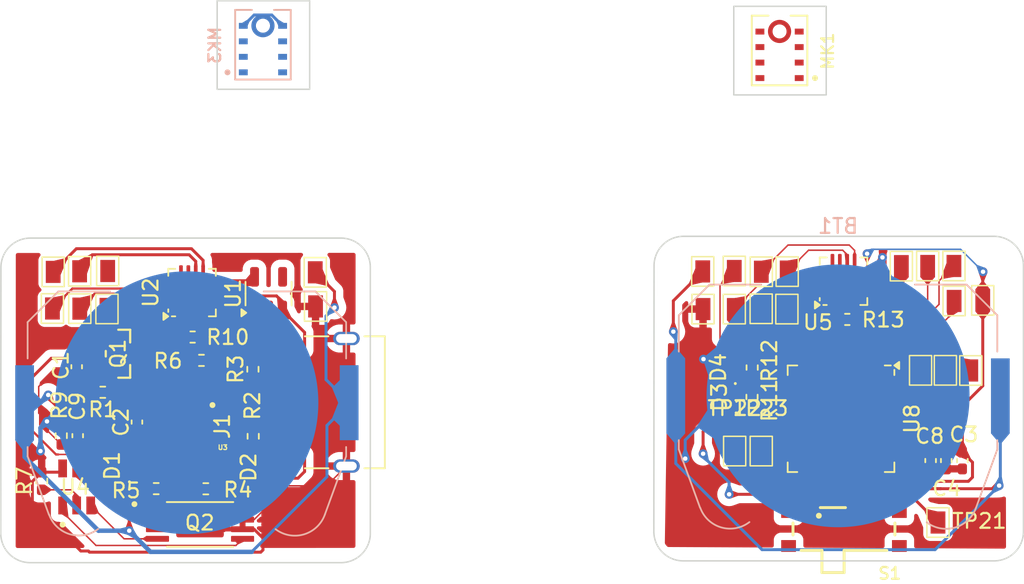
<source format=kicad_pcb>
(kicad_pcb (version 20240108) (generator "pcbnew") (generator_version "8.0")
  (layers (0 "F.Cu" signal) (31 "B.Cu" signal) (34 "B.Paste" user) (35 "F.Paste" user) (36 "B.SilkS" user "B.Silkscreen") (37 "F.SilkS" user "F.Silkscreen") (38 "B.Mask" user) (39 "F.Mask" user) (44 "Edge.Cuts" user))
  (net 0 "")
  (net 1 "B-")
  (net 2 "Net-(U2-GAIN_SLOT)")
  (net 3 "Net-(U5-GAIN_SLOT)")
  (net 4 "B+")
  (net 5 "VBUS")
  (net 6 "VDD_ESP")
  (net 7 "Net-(J1-CC1_B)")
  (net 8 "D-")
  (net 9 "D+")
  (net 12 "Net-(J1-CC1_A)")
  (net 13 "CLK1")
  (net 14 "SEL1")
  (net 15 "MIC_DATA1")
  (net 16 "SEL2")
  (net 17 "MIC_DATA2")
  (net 18 "CLK2")
  (net 19 "Net-(Q1-D)")
  (net 20 "/G1")
  (net 21 "/G2")
  (net 22 "/D1")
  (net 23 "Net-(D2-K)")
  (net 24 "Net-(U3-~{CHRG})")
  (net 25 "Net-(U3-~{STDBY})")
  (net 26 "Net-(D1-K)")
  (net 27 "Net-(U3-PROG)")
  (net 28 "Net-(U4-CS)")
  (net 29 "SPK_P1")
  (net 30 "SPK_N1")
  (net 31 "SPK2_P")
  (net 32 "SPK2_N")
  (net 33 "RESET")
  (net 35 "SPK_DATA1")
  (net 41 "SPK2_DATA")
  (net 69 "Net-(U8-GPIO9)")
  (net 83 "Net-(D3-A)")
  (net 84 "Net-(D4-A)")
  (net 85 "BOOT")
  (footprint "450404015514:450404015514" (layer "F.Cu") (at 143.07 37.71 180)
    (property "Reference" "S1")
    (property "Value" "450404015514")
  )
  (footprint "LED_SMD:LED_0402_1005Metric" (layer "F.Cu") (at 135.715 26.765 90)
    (property "Reference" "D4")
    (property "Value" "GREEN_LED" (hide yes))
  )
  (footprint "Resistor_SMD:R_0402_1005Metric" (layer "F.Cu") (at 136.855 26.77 -90)
    (property "Reference" "R12")
    (property "Value" "470" (hide yes))
  )
  (footprint "LED_SMD:LED_0402_1005Metric" (layer "F.Cu") (at 94.7 33.425 90)
    (property "Reference" "D1")
    (property "Value" "GREEN_LED" (hide yes))
  )
  (footprint "MountingHole:Mounting_Pad_Rectangular" (layer "F.Cu") (at 89.54 20.29)
    (property "Reference" "TP1" (hide yes))
    (property "Value" "TestPoint" (hide yes))
  )
  (footprint "MountingHole:Mounting_Pad_Rectangular" (layer "F.Cu") (at 139.205 22.81)
    (property "Reference" "TP9" (hide yes))
    (property "Value" "TestPoint" (hide yes))
  )
  (footprint "MountingHole:Mounting_Pad_Rectangular" (layer "F.Cu") (at 133.51 20.26)
    (property "Reference" "TP24" (hide yes))
    (property "Value" "TestPoint" (hide yes))
  )
  (footprint "Package_DFN_QFN:TQFN-16-1EP_3x3mm_P0.5mm_EP1.23x1.23mm" (layer "F.Cu") (at 143.04 20.9225 90)
    (property "Reference" "U5")
    (property "Value" "MAX98357A" (hide yes))
  )
  (footprint "Resistor_SMD:R_0402_1005Metric_Pad0.72x0.64mm_HandSolder" (layer "F.Cu") (at 99.8725 34.985 180)
    (property "Reference" "R4")
    (property "Value" "1k" (hide yes))
  )
  (footprint "12402012E212A:AMPHENOL_12402012E212A" (layer "F.Cu") (at 109.39 29.125 90)
    (property "Reference" "J1")
    (property "Value" "12402012E212A")
  )
  (footprint "Resistor_SMD:R_0402_1005Metric_Pad0.72x0.64mm_HandSolder" (layer "F.Cu") (at 88.76 34.4575 90)
    (property "Reference" "R7")
    (property "Value" "1k" (hide yes))
  )
  (footprint "MountingHole:Mounting_Pad_Rectangular" (layer "F.Cu") (at 91.34 22.78)
    (property "Reference" "TP11" (hide yes))
    (property "Value" "TestPoint" (hide yes))
  )
  (footprint "MountingHole:Mounting_Pad_Rectangular" (layer "F.Cu") (at 150.525 22.26)
    (property "Reference" "TP17" (hide yes))
    (property "Value" "TestPoint" (hide yes))
  )
  (footprint "MountingHole:Mounting_Pad_Rectangular" (layer "F.Cu") (at 137.47 32.43)
    (property "Reference" "TP23")
    (property "Value" "TestPoint" (hide yes))
  )
  (footprint "MountingHole:Mounting_Pad_Rectangular" (layer "F.Cu") (at 135.645 22.81)
    (property "Reference" "TP7" (hide yes))
    (property "Value" "TestPoint" (hide yes))
  )
  (footprint "Capacitor_SMD:C_0402_1005Metric_Pad0.74x0.62mm_HandSolder" (layer "F.Cu") (at 91.2 31.3875 -90)
    (property "Reference" "C9")
    (property "Value" "100nF" (hide yes))
  )
  (footprint "Resistor_SMD:R_0402_1005Metric_Pad0.72x0.64mm_HandSolder" (layer "F.Cu") (at 103.06 26.8875 90)
    (property "Reference" "R3")
    (property "Value" "5.1k" (hide yes))
  )
  (footprint "MountingHole:Mounting_Pad_Rectangular" (layer "F.Cu") (at 149.435 37.27)
    (property "Reference" "TP21")
    (property "Value" "TestPoint" (hide yes))
  )
  (footprint "MountingHole:Mounting_Pad_Rectangular" (layer "F.Cu") (at 91.33 20.25)
    (property "Reference" "TP2" (hide yes))
    (property "Value" "TestPoint" (hide yes))
  )
  (footprint "MountingHole:Mounting_Pad_Rectangular" (layer "F.Cu") (at 89.49 22.77)
    (property "Reference" "TP10" (hide yes))
    (property "Value" "TestPoint" (hide yes))
  )
  (footprint "MountingHole:Mounting_Pad_Rectangular" (layer "F.Cu") (at 148.255 26.96)
    (property "Reference" "TP6" (hide yes))
    (property "Value" "TestPoint" (hide yes))
  )
  (footprint "MountingHole:Mounting_Pad_Rectangular" (layer "F.Cu") (at 135.645 20.23)
    (property "Reference" "TP13" (hide yes))
    (property "Value" "TestPoint" (hide yes))
  )
  (footprint "Resistor_SMD:R_0402_1005Metric" (layer "F.Cu") (at 143.295 23.51)
    (property "Reference" "R13")
    (property "Value" "100k" (hide yes))
  )
  (footprint "LED_SMD:LED_0402_1005Metric" (layer "F.Cu") (at 135.77 28.755 90)
    (property "Reference" "D3")
    (property "Value" "RED_LED" (hide yes))
  )
  (footprint "MountingHole:Mounting_Pad_Rectangular" (layer "F.Cu") (at 135.67 32.43)
    (property "Reference" "TP22")
    (property "Value" "TestPoint" (hide yes))
  )
  (footprint "Resistor_SMD:R_0402_1005Metric_Pad0.72x0.64mm_HandSolder" (layer "F.Cu") (at 90.0875 31.3875 -90)
    (property "Reference" "R9")
    (property "Value" "100" (hide yes))
  )
  (footprint "Package_TO_SOT_SMD:SOT-23-5" (layer "F.Cu") (at 104.12 21.7625 90)
    (property "Reference" "U1")
    (property "Value" "AP2112K-3.3" (hide yes))
  )
  (footprint "MountingHole:Mounting_Pad_Rectangular" (layer "F.Cu") (at 133.53 22.81)
    (property "Reference" "TP26" (hide yes))
    (property "Value" "TestPoint" (hide yes))
  )
  (footprint "MountingHole:Mounting_Pad_Rectangular" (layer "F.Cu") (at 139.225 20.27)
    (property "Reference" "TP4" (hide yes))
    (property "Value" "TestPoint" (hide yes))
  )
  (footprint "INMP441ACEZ-R7:MIC_INMP441ACEZ-R7" (layer "F.Cu") (at 138.71 5.29 -90)
    (property "Reference" "MK1")
    (property "Value" "INMP441ACEZ-R7" (hide yes))
  )
  (footprint "MountingHole:Mounting_Pad_Rectangular" (layer "F.Cu") (at 93.23 20.23)
    (property "Reference" "TP14" (hide yes))
    (property "Value" "TestPoint" (hide yes))
  )
  (footprint "Resistor_SMD:R_0402_1005Metric" (layer "F.Cu") (at 136.845 28.765 90)
    (property "Reference" "R11")
    (property "Value" "470" (hide yes))
  )
  (footprint "Resistor_SMD:R_0402_1005Metric_Pad0.72x0.64mm_HandSolder" (layer "F.Cu") (at 103.08 31.4275 90)
    (property "Reference" "R2")
    (property "Value" "5.1k" (hide yes))
  )
  (footprint "MountingHole:Mounting_Pad_Rectangular" (layer "F.Cu") (at 152.465 22.22)
    (property "Reference" "TP20" (hide yes))
    (property "Value" "TestPoint" (hide yes))
  )
  (footprint "Resistor_SMD:R_0402_1005Metric_Pad0.72x0.64mm_HandSolder" (layer "F.Cu") (at 99.5775 26.285 180)
    (property "Reference" "R6")
    (property "Value" "2k" (hide yes))
  )
  (footprint "FS8205A:SOP65P640X120-8N" (layer "F.Cu") (at 99.48 37.4)
    (property "Reference" "Q2")
    (property "Value" "FS8205A" (hide yes))
  )
  (footprint "MountingHole:Mounting_Pad_Rectangular" (layer "F.Cu") (at 150.515 19.89)
    (property "Reference" "TP16" (hide yes))
    (property "Value" "TestPoint" (hide yes))
  )
  (footprint "Capacitor_SMD:C_0402_1005Metric_Pad0.74x0.62mm_HandSolder" (layer "F.Cu") (at 148.935 33.0725 -90)
    (property "Reference" "C8")
    (property "Value" "1uF" (hide yes))
  )
  (footprint "Capacitor_SMD:C_0402_1005Metric_Pad0.74x0.62mm_HandSolder" (layer "F.Cu") (at 151.085 33.0725 -90)
    (property "Reference" "C3")
    (property "Value" "4.7uF" (hide yes))
  )
  (footprint "MountingHole:Mounting_Pad_Rectangular" (layer "F.Cu") (at 137.465 22.79)
    (property "Reference" "TP8" (hide yes))
    (property "Value" "TestPoint" (hide yes))
  )
  (footprint "MountingHole:Mounting_Pad_Rectangular" (layer "F.Cu") (at 137.475 20.28)
    (property "Reference" "TP3" (hide yes))
    (property "Value" "TestPoint" (hide yes))
  )
  (footprint "Capacitor_SMD:C_0402_1005Metric_Pad0.74x0.62mm_HandSolder" (layer "F.Cu") (at 91.13 26.7175 -90)
    (property "Reference" "C1")
    (property "Value" "4.7uF" (hide yes))
  )
  (footprint "Package_DFN_QFN:QFN-56-1EP_7x7mm_P0.4mm_EP4x4mm" (layer "F.Cu") (at 142.87 30.24 -90)
    (property "Reference" "U8")
    (property "Value" "ESP32-S3" (hide yes))
  )
  (footprint "Capacitor_SMD:C_0402_1005Metric_Pad0.74x0.62mm_HandSolder" (layer "F.Cu") (at 149.995 33.0725 -90)
    (property "Reference" "C4")
    (property "Value" "100nF" (hide yes))
  )
  (footprint "LED_SMD:LED_0402_1005Metric" (layer "F.Cu") (at 101.57 33.43 90)
    (property "Reference" "D2")
    (property "Value" "RED_LED" (hide yes))
  )
  (footprint "MountingHole:Mounting_Pad_Rectangular" (layer "F.Cu") (at 107.28 20.32)
    (property "Reference" "TP27" (hide yes))
    (property "Value" "TestPoint" (hide yes))
  )
  (footprint "TP4056 (1):SO08-PAD-300" (layer "F.Cu") (at 98.22 30.605 180)
    (property "Reference" "U3")
    (property "Value" "TP4056" (hide yes))
  )
  (footprint "MountingHole:Mounting_Pad_Rectangular" (layer "F.Cu") (at 146.955 19.9)
    (property "Reference" "TP18" (hide yes))
    (property "Value" "TestPoint" (hide yes))
  )
  (footprint "Package_DFN_QFN:TQFN-16-1EP_3x3mm_P0.5mm_EP1.23x1.23mm" (layer "F.Cu") (at 98.94 21.6925 90)
    (property "Reference" "U2")
    (property "Value" "MAX98357A" (hide yes))
  )
  (footprint "Resistor_SMD:R_0402_1005Metric_Pad0.72x0.64mm_HandSolder" (layer "F.Cu") (at 92.8975 28.445 180)
    (property "Reference" "R1")
    (property "Value" "100k" (hide yes))
  )
  (footprint "MountingHole:Mounting_Pad_Rectangular" (layer "F.Cu") (at 151.655 26.97)
    (property "Reference" "TP19" (hide yes))
    (property "Value" "TestPoint" (hide yes))
  )
  (footprint "footprints:DMP3099L-7" (layer "F.Cu") (at 93.9255 25.835001 -90)
    (property "Reference" "Q1")
    (property "Value" "PMOS" (hide yes))
  )
  (footprint "MountingHole:Mounting_Pad_Rectangular" (layer "F.Cu") (at 107.3 22.63)
    (property "Reference" "TP25" (hide yes))
    (property "Value" "TestPoint")
  )
  (footprint "Resistor_SMD:R_0402_1005Metric" (layer "F.Cu") (at 98.98 24.705)
    (property "Reference" "R10")
    (property "Value" "100k" (hide yes))
  )
  (footprint "MountingHole:Mounting_Pad_Rectangular" (layer "F.Cu") (at 148.735 19.89)
    (property "Reference" "TP15" (hide yes))
    (property "Value" "TestPoint" (hide yes))
  )
  (footprint "Resistor_SMD:R_0402_1005Metric_Pad0.72x0.64mm_HandSolder" (layer "F.Cu") (at 96.5125 34.975)
    (property "Reference" "R5")
    (property "Value" "1k" (hide yes))
  )
  (footprint "Capacitor_SMD:C_0402_1005Metric_Pad0.74x0.62mm_HandSolder" (layer "F.Cu") (at 95.21 30.465 -90)
    (property "Reference" "C2")
    (property "Value" "10uF" (hide yes))
  )
  (footprint "MountingHole:Mounting_Pad_Rectangular" (layer "F.Cu") (at 149.935 26.96)
    (property "Reference" "TP5" (hide yes))
    (property "Value" "TestPoint" (hide yes))
  )
  (footprint "DW01A:SOT95P280X145-6N" (layer "F.Cu") (at 91.13 34.86 90)
    (property "Reference" "U4")
    (property "Value" "DW01A" (hide yes))
  )
  (footprint "MountingHole:Mounting_Pad_Rectangular" (layer "F.Cu") (at 93.18 22.8)
    (property "Reference" "TP12" (hide yes))
    (property "Value" "TestPoint" (hide yes))
  )
  (footprint "INMP441ACEZ-R7:MIC_INMP441ACEZ-R7" (layer "B.Cu") (at 103.74 4.9 -90)
    (property "Reference" "MK3")
    (property "Value" "INMP441ACEZ-R7" (hide yes))
  )
  (footprint "Battery:BatteryHolder_Keystone_3034_1x20mm" (layer "B.Cu") (at 98.59 29.155 180)
    (property "Reference" "BT2" (hide yes))
    (property "Value" "Battery_Cell" (hide yes))
  )
  (footprint "Battery:BatteryHolder_Keystone_3034_1x20mm" (layer "B.Cu") (at 142.67 28.69 180)
    (property "Reference" "BT1")
    (property "Value" "Battery_Cell" (hide yes))
  )
  (gr_rect (start 135.61 2.3) (end 141.87 8.3) (stroke (width 0.1)) (fill none) (layer "Edge.Cuts"))
  (gr_poly (pts (arc (start 153.249702 39.869867) (mid 154.644154 39.280158) (end 155.220097 37.879964)) (arc (start 155.22 19.850359) (mid 154.630291 18.455907) (end 153.230097 17.879964)) (arc (start 132.184549 17.880061) (mid 130.790097 18.46977) (end 130.214154 19.869964)) (arc (start 130.200194 37.899569) (mid 130.789903 39.294021) (end 132.190097 39.869964))) (stroke (width 0.1)) (fill none) (layer "Edge.Cuts"))
  (gr_rect (start 100.64 1.92) (end 106.9 7.92) (stroke (width 0.1)) (fill none) (layer "Edge.Cuts"))
  (gr_poly (pts (arc (start 109.039605 39.989903) (mid 110.434057 39.400194) (end 111.01 38)) (arc (start 111.009903 19.970395) (mid 110.420194 18.575943) (end 109.02 18)) (arc (start 87.974452 18.000097) (mid 86.58 18.589806) (end 86.004057 19.99)) (arc (start 85.990097 38.019605) (mid 86.579806 39.414057) (end 87.98 39.99))) (stroke (width 0.1)) (fill none) (layer "Edge.Cuts"))
  (segment (start 95.6375 30.605) (end 95.21 31.0325) (width 0.2) (layer "F.Cu") (net 1))
  (segment (start 144.074999 23.51) (end 145.675 21.909999) (width 0.1) (layer "F.Cu") (net 1))
  (segment (start 143.29 22.995) (end 143.805 23.51) (width 0.1) (layer "F.Cu") (net 1))
  (segment (start 90.0875 31.985) (end 91.17 31.985) (width 0.1) (layer "F.Cu") (net 1))
  (segment (start 104.64 25.375) (end 105.21 24.805) (width 0.2) (layer "F.Cu") (net 1))
  (segment (start 100.125 27.9888) (end 100.125 26.335) (width 0.2) (layer "F.Cu") (net 1))
  (segment (start 142.87 30.26435) (end 142.87 30.24) (width 0.1) (layer "F.Cu") (net 1))
  (segment (start 91.14 27.285) (end 92.3 28.445) (width 0.2) (layer "F.Cu") (net 1))
  (segment (start 98.69 21.9425) (end 98.94 21.6925) (width 0.1) (layer "F.Cu") (net 1))
  (segment (start 108.335 24.805) (end 109.39 24.805) (width 0.2) (layer "F.Cu") (net 1))
  (segment (start 143.04 20.9225) (end 142.79 21.1725) (width 0.1) (layer "F.Cu") (net 1))
  (segment (start 91.41 39.2) (end 91.92 39.2) (width 0.2) (layer "F.Cu") (net 1))
  (segment (start 92 39.28) (end 103.59 39.28) (width 0.2) (layer "F.Cu") (net 1))
  (segment (start 88.56 29.86) (end 89.12 30.42) (width 0.1) (layer "F.Cu") (net 1))
  (segment (start 92.3 28.445) (end 94.8875 31.0325) (width 0.2) (layer "F.Cu") (net 1))
  (segment (start 142.79 21.1725) (end 141.6025 21.1725) (width 0.1) (layer "F.Cu") (net 1))
  (segment (start 133.53 26.17) (end 133.56 26.2) (width 0.2) (layer "F.Cu") (net 1))
  (segment (start 88.71 27.91) (end 89.335 27.285) (width 0.2) (layer "F.Cu") (net 1))
  (segment (start 99.19 23.13) (end 99.19 21.9425) (width 0.1) (layer "F.Cu") (net 1))
  (segment (start 88.76 32.51) (end 88.68 32.43) (width 0.1) (layer "F.Cu") (net 1))
  (segment (start 91.92 39.2) (end 92 39.28) (width 0.2) (layer "F.Cu") (net 1))
  (segment (start 99.19 24.405) (end 99.49 24.705) (width 0.2) (layer "F.Cu") (net 1))
  (segment (start 91.13 27.285) (end 91.14 27.285) (width 0.1) (layer "F.Cu") (net 1))
  (segment (start 143.805 23.51) (end 144.074999 23.51) (width 0.1) (layer "F.Cu") (net 1))
  (segment (start 135.09 27.875) (end 135.09 28.56) (width 0.2) (layer "F.Cu") (net 1))
  (segment (start 109.39 24.805) (end 109.39 33.445) (width 0.2) (layer "F.Cu") (net 1))
  (segment (start 151.085 33.64) (end 148.935 33.64) (width 0.2) (layer "F.Cu") (net 1))
  (segment (start 133.53 22.81) (end 133.53 25.065) (width 0.2) (layer "F.Cu") (net 1))
  (segment (start 102.36 37.075) (end 103.14 37.075) (width 0.1) (layer "F.Cu") (net 1))
  (segment (start 97.59 29.975) (end 97.59 27.9938) (width 0.2) (layer "F.Cu") (net 1))
  (segment (start 99.19 23.13) (end 99.19 24.405) (width 0.2) (layer "F.Cu") (net 1))
  (segment (start 143.04 20.9225) (end 143.29 21.1725) (width 0.1) (layer "F.Cu") (net 1))
  (segment (start 100.125 28.7) (end 98.22 30.605) (width 0.2) (layer "F.Cu") (net 1))
  (segment (start 133.245 33.86) (end 139.25 33.86) (width 0.2) (layer "F.Cu") (net 1))
  (segment (start 142.87 30.24) (end 146.15 26.96) (width 0.1) (layer "F.Cu") (net 1))
  (segment (start 100.175 26.285) (end 100.175 25.39) (width 0.2) (layer "F.Cu") (net 1))
  (segment (start 107.3 22.63) (end 107.3 23.77) (width 0.2) (layer "F.Cu") (net 1))
  (segment (start 103.14 37.075) (end 105.43 34.785) (width 0.1) (layer "F.Cu") (net 1))
  (segment (start 89.335 27.285) (end 91.13 27.285) (width 0.2) (layer "F.Cu") (net 1))
  (segment (start 103.59 39.28) (end 103.74 39.13) (width 0.2) (layer "F.Cu") (net 1))
  (segment (start 88.76 33.86) (end 88.76 32.51) (width 0.2) (layer "F.Cu") (net 1))
  (segment (start 132.325 32.94) (end 132.325 31.66) (width 0.2) (layer "F.Cu") (net 1))
  (segment (start 107.3 23.77) (end 108.335 24.805) (width 0.2) (layer "F.Cu") (net 1))
  (segment (start 100.125 27.9888) (end 100.125 28.7) (width 0.2) (layer "F.Cu") (net 1))
  (segment (start 105.43 34.785) (end 108.05 34.785) (width 0.1) (layer "F.Cu") (net 1))
  (segment (start 132.325 31.66) (end 134.745 29.24) (width 0.2) (layer "F.Cu") (net 1))
  (segment (start 100.125 26.335) (end 100.175 26.285) (width 0.1) (layer "F.Cu") (net 1))
  (segment (start 98.69 21.4425) (end 98.69 20.255) (width 0.1) (layer "F.Cu") (net 1))
  (segment (start 97.5025 21.9425) (end 98.69 21.9425) (width 0.1) (layer "F.Cu") (net 1))
  (segment (start 100.18 26.29) (end 100.175 26.285) (width 0.2) (layer "F.Cu") (net 1))
  (segment (start 98.94 21.6925) (end 98.69 21.4425) (width 0.1) (layer "F.Cu") (net 1))
  (segment (start 90.0875 31.985) (end 89.12 31.0175) (width 0.1) (layer "F.Cu") (net 1))
  (segment (start 104.12 23.715) (end 105.21 24.805) (width 0.2) (layer "F.Cu") (net 1))
  (segment (start 98.22 30.605) (end 97.59 29.975) (width 0.2) (layer "F.Cu") (net 1))
  (segment (start 88.76 33.86) (end 89.925 33.86) (width 0.2) (layer "F.Cu") (net 1))
  (segment (start 103.38 32.325) (end 104.64 32.325) (width 0.2) (layer "F.Cu") (net 1))
  (segment (start 94.8875 31.0325) (end 95.21 31.0325) (width 0.2) (layer "F.Cu") (net 1))
  (segment (start 133.53 25.065) (end 135.715 27.25) (width 0.2) (layer "F.Cu") (net 1))
  (segment (start 88.13 35.92) (end 91.41 39.2) (width 0.2) (layer "F.Cu") (net 1))
  (segment (start 139.25 33.86) (end 142.87 30.24) (width 0.1) (layer "F.Cu") (net 1))
  (segment (start 103.08 32.025) (end 103.38 32.325) (width 0.2) (layer "F.Cu") (net 1))
  (segment (start 89.12 31.0175) (end 89.12 30.42) (width 0.1) (layer "F.Cu") (net 1))
  (segment (start 88.71 27.91) (end 88.56 28.06) (width 0.1) (layer "F.Cu") (net 1))
  (segment (start 103.06 26.29) (end 100.18 26.29) (width 0.2) (layer "F.Cu") (net 1))
  (segment (start 99.19 21.9425) (end 98.94 21.6925) (width 0.1) (layer "F.Cu") (net 1))
  (segment (start 146.24565 33.64) (end 142.87 30.26435) (width 0.1) (layer "F.Cu") (net 1))
  (segment (start 135.09 28.56) (end 135.77 29.24) (width 0.2) (layer "F.Cu") (net 1))
  (segment (start 91.17 31.985) (end 91.2 31.955) (width 0.1) (layer "F.Cu") (net 1))
  (segment (start 134.745 29.24) (end 135.77 29.24) (width 0.2) (layer "F.Cu") (net 1))
  (segment (start 96.6 37.075) (end 96.6 37.725) (width 0.3) (layer "F.Cu") (net 1))
  (segment (start 88.13 34.49) (end 88.13 35.92) (width 0.2) (layer "F.Cu") (net 1))
  (segment (start 135.715 27.25) (end 135.09 27.875) (width 0.2) (layer "F.Cu") (net 1))
  (segment (start 104.64 25.925) (end 104.64 25.375) (width 0.2) (layer "F.Cu") (net 1))
  (segment (start 89.925 33.86) (end 90.18 33.605) (width 0.1) (layer "F.Cu") (net 1))
  (segment (start 145.675 21.909999) (end 145.675 19.31) (width 0.1) (layer "F.Cu") (net 1))
  (segment (start 146.15 26.96) (end 148.255 26.96) (width 0.2) (layer "F.Cu") (net 1))
  (segment (start 100.175 25.39) (end 99.49 24.705) (width 0.2) (layer "F.Cu") (net 1))
  (segment (start 98.22 30.605) (end 95.6375 30.605) (width 0.2) (layer "F.Cu") (net 1))
  (segment (start 102.36 37.075) (end 102.36 37.725) (width 0.3) (layer "F.Cu") (net 1))
  (segment (start 103.14 37.725) (end 102.36 37.725) (width 0.2) (layer "F.Cu") (net 1))
  (segment (start 104.12 22.9) (end 104.12 23.715) (width 0.2) (layer "F.Cu") (net 1))
  (segment (start 105.21 33.445) (end 105.21 32.895) (width 0.2) (layer "F.Cu") (net 1))
  (segment (start 108.05 34.785) (end 109.39 33.445) (width 0.1) (layer "F.Cu") (net 1))
  (segment (start 143.04 20.9225) (end 142.79 20.6725) (width 0.1) (layer "F.Cu") (net 1))
  (segment (start 103.425 25.925) (end 103.06 26.29) (width 0.2) (layer "F.Cu") (net 1))
  (segment (start 105.21 32.895) (end 104.64 32.325) (width 0.2) (layer "F.Cu") (net 1))
  (segment (start 143.29 21.1725) (end 143.29 22.36) (width 0.1) (layer "F.Cu") (net 1))
  (segment (start 102.36 37.725) (end 96.6 37.725) (width 0.3) (layer "F.Cu") (net 1))
  (segment (start 101.66 30.605) (end 98.22 30.605) (width 0.2) (layer "F.Cu") (net 1))
  (segment (start 133.53 22.81) (end 133.53 26.17) (width 0.2) (layer "F.Cu") (net 1))
  (segment (start 103.74 38.325) (end 103.14 37.725) (width 0.2) (layer "F.Cu") (net 1))
  (segment (start 103.08 32.025) (end 101.66 30.605) (width 0.2) (layer "F.Cu") (net 1))
  (segment (start 88.76 33.86) (end 88.13 34.49) (width 0.2) (layer "F.Cu") (net 1))
  (segment (start 148.935 33.64) (end 146.24565 33.64) (width 0.2) (layer "F.Cu") (net 1))
  (segment (start 104.64 25.925) (end 103.425 25.925) (width 0.2) (layer "F.Cu") (net 1))
  (segment (start 142.79 20.6725) (end 142.79 19.485) (width 0.1) (layer "F.Cu") (net 1))
  (segment (start 97.59 27.9938) (end 97.585 27.9888) (width 0.2) (layer "F.Cu") (net 1))
  (segment (start 132.325 32.94) (end 133.245 33.86) (width 0.2) (layer "F.Cu") (net 1))
  (segment (start 143.29 22.36) (end 143.29 22.995) (width 0.1) (layer "F.Cu") (net 1))
  (segment (start 88.56 28.06) (end 88.56 29.86) (width 0.1) (layer "F.Cu") (net 1))
  (segment (start 96.6 37.075) (end 102.36 37.075) (width 0.3) (layer "F.Cu") (net 1))
  (segment (start 103.74 39.13) (end 103.74 38.325) (width 0.2) (layer "F.Cu") (net 1))
  (via (at 132.325 32.94) (size 0.6) (drill 0.3) (layers "F.Cu" "B.Cu") (net 1))
  (via (at 133.56 26.2) (size 0.6) (drill 0.3) (layers "F.Cu" "B.Cu") (net 1))
  (via (at 89.12 30.42) (size 0.6) (drill 0.3) (layers "F.Cu" "B.Cu") (net 1))
  (via (at 145.675 19.31) (size 0.6) (drill 0.3) (layers "F.Cu" "B.Cu") (net 1))
  (via (at 88.68 32.43) (size 0.6) (drill 0.3) (layers "F.Cu" "B.Cu") (net 1))
  (segment (start 102.41 3.62) (end 103.145 2.885) (width 0.2) (layer "B.Cu") (net 1))
  (segment (start 132.325 31.68) (end 135.315 28.69) (width 0.2) (layer "B.Cu") (net 1))
  (segment (start 133.56 26.2) (end 140.18 26.2) (width 0.2) (layer "B.Cu") (net 1))
  (segment (start 140.18 26.2) (end 142.67 28.69) (width 0.2) (layer "B.Cu") (net 1))
  (segment (start 88.68 30.86) (end 89.12 30.42) (width 0.3) (layer "B.Cu") (net 1))
  (segment (start 132.325 32.94) (end 132.325 31.68) (width 0.2) (layer "B.Cu") (net 1))
  (segment (start 139.99565 25.69) (end 144.4263 25.69) (width 0.1) (layer "B.Cu") (net 1))
  (segment (start 103.145 2.885) (end 104.335 2.885) (width 0.2) (layer "B.Cu") (net 1))
  (segment (start 145.675 19.31) (end 145.675 25.685) (width 0.1) (layer "B.Cu") (net 1))
  (segment (start 97.325 30.42) (end 98.59 29.155) (width 0.1) (layer "B.Cu") (net 1))
  (segment (start 145.675 25.685) (end 142.67 28.69) (width 0.1) (layer "B.Cu") (net 1))
  (segment (start 104.335 2.885) (end 105.07 3.62) (width 0.2) (layer "B.Cu") (net 1))
  (segment (start 89.12 30.42) (end 97.325 30.42) (width 0.3) (layer "B.Cu") (net 1))
  (segment (start 135.315 28.69) (end 142.67 28.69) (width 0.1) (layer "B.Cu") (net 1))
  (segment (start 88.68 32.43) (end 88.68 30.86) (width 0.3) (layer "B.Cu") (net 1))
  (segment (start 98.69 23.13) (end 98.69 24.485) (width 0.2) (layer "F.Cu") (net 2))
  (segment (start 98.69 24.485) (end 98.47 24.705) (width 0.2) (layer "F.Cu") (net 2))
  (segment (start 142.79 23.505) (end 142.785 23.51) (width 0.1) (layer "F.Cu") (net 3))
  (segment (start 142.79 22.36) (end 142.79 23.505) (width 0.1) (layer "F.Cu") (net 3))
  (segment (start 149.62 34.98) (end 146.59 34.98) (width 0.2) (layer "F.Cu") (net 4))
  (segment (start 131.52 22.25) (end 131.52 24.34) (width 0.2) (layer "F.Cu") (net 4))
  (segment (start 91.2 30.82) (end 90.1175 30.82) (width 0.2) (layer "F.Cu") (net 4))
  (segment (start 108.58 21.62) (end 108.58 22.71) (width 0.2) (layer "F.Cu") (net 4))
  (segment (start 91.13 33.605) (end 91.13 34.055) (width 0.1) (layer "F.Cu") (net 4))
  (segment (start 107.28 20.32) (end 108.58 21.62) (width 0.2) (layer "F.Cu") (net 4))
  (segment (start 146.47 34.86) (end 144.62 34.86) (width 0.1) (layer "F.Cu") (net 4))
  (segment (start 153.575 34.77) (end 153.365 34.98) (width 0.2) (layer "F.Cu") (net 4))
  (segment (start 89.204718 28.824718) (end 89.204718 28.629144) (width 0.1) (layer "F.Cu") (net 4))
  (segment (start 149.62 34.98) (end 148.17 34.98) (width 0.2) (layer "F.Cu") (net 4))
  (segment (start 94.69 37.08) (end 94.69 37.44) (width 0.2) (layer "F.Cu") (net 4))
  (segment (start 91.13 34.055) (end 92.005 34.93) (width 0.2) (layer "F.Cu") (net 4))
  (segment (start 92.54 34.93) (end 94.69 37.08) (width 0.2) (layer "F.Cu") (net 4))
  (segment (start 92.005 34.93) (end 92.54 34.93) (width 0.2) (layer "F.Cu") (net 4))
  (segment (start 133.51 20.26) (end 131.52 22.25) (width 0.2) (layer "F.Cu") (net 4))
  (segment (start 93.57 30.82) (end 91.2 30.82) (width 0.2) (layer "F.Cu") (net 4))
  (segment (start 96.315 33.2212) (end 95.9712 33.2212) (width 0.2) (layer "F.Cu") (net 4))
  (segment (start 95.9712 33.2212) (end 93.57 30.82) (width 0.2) (layer "F.Cu") (net 4))
  (segment (start 91.2 30.82) (end 89.204718 28.824718) (width 0.2) (layer "F.Cu") (net 4))
  (segment (start 144.62 34.86) (end 143.82 35.66) (width 0.1) (layer "F.Cu") (net 4))
  (segment (start 90.1175 30.82) (end 90.0875 30.79) (width 0.2) (layer "F.Cu") (net 4))
  (segment (start 146.59 34.98) (end 146.47 34.86) (width 0.1) (layer "F.Cu") (net 4))
  (segment (start 153.365 34.98) (end 149.62 34.98) (width 0.2) (layer "F.Cu") (net 4))
  (segment (start 94.69 37.44) (end 94.69 37.825) (width 0.1) (layer "F.Cu") (net 4))
  (via (at 108.58 22.71) (size 0.6) (drill 0.3) (layers "F.Cu" "B.Cu") (net 4))
  (via (at 131.52 24.34) (size 0.6) (drill 0.3) (layers "F.Cu" "B.Cu") (net 4))
  (via (at 89.204718 28.629144) (size 0.6) (drill 0.3) (layers "F.Cu" "B.Cu") (net 4))
  (via (at 153.575 34.77) (size 0.6) (drill 0.3) (layers "F.Cu" "B.Cu") (net 4))
  (via (at 94.69 37.825) (size 0.6) (drill 0.3) (layers "F.Cu" "B.Cu") (net 4))
  (segment (start 108.01 27.59) (end 109.575 29.155) (width 0.2) (layer "B.Cu") (net 4))
  (segment (start 89.204718 28.629144) (end 88.678862 29.155) (width 0.3) (layer "B.Cu") (net 4))
  (segment (start 153.575 34.77) (end 149.235 39.11) (width 0.2) (layer "B.Cu") (net 4))
  (segment (start 109.575 29.195) (end 109.575 29.155) (width 0.1) (layer "B.Cu") (net 4))
  (segment (start 87.605 32.825224) (end 87.605 29.155) (width 0.3) (layer "B.Cu") (net 4))
  (segment (start 108.07 34.17) (end 108.07 30.7) (width 0.2) (layer "B.Cu") (net 4))
  (segment (start 131.52 24.34) (end 131.685 24.505) (width 0.2) (layer "B.Cu") (net 4))
  (segment (start 94.69 37.825) (end 92.604776 37.825) (width 0.3) (layer "B.Cu") (net 4))
  (segment (start 108.01 23.28) (end 108.01 27.59) (width 0.2) (layer "B.Cu") (net 4))
  (segment (start 92.604776 37.825) (end 87.605 32.825224) (width 0.3) (layer "B.Cu") (net 4))
  (segment (start 94.69 37.825) (end 96.125 39.26) (width 0.3) (layer "B.Cu") (net 4))
  (segment (start 108.07 30.7) (end 109.575 29.195) (width 0.2) (layer "B.Cu") (net 4))
  (segment (start 88.678862 29.155) (end 87.605 29.155) (width 0.3) (layer "B.Cu") (net 4))
  (segment (start 153.575 34.77) (end 153.655 34.69) (width 0.2) (layer "B.Cu") (net 4))
  (segment (start 153.655 34.69) (end 153.655 28.69) (width 0.2) (layer "B.Cu") (net 4))
  (segment (start 102.98 39.26) (end 108.07 34.17) (width 0.2) (layer "B.Cu") (net 4))
  (segment (start 131.685 24.505) (end 131.685 28.69) (width 0.2) (layer "B.Cu") (net 4))
  (segment (start 131.685 33.27) (end 131.685 28.69) (width 0.2) (layer "B.Cu") (net 4))
  (segment (start 96.125 39.26) (end 102.98 39.26) (width 0.3) (layer "B.Cu") (net 4))
  (segment (start 149.235 39.11) (end 137.525 39.11) (width 0.2) (layer "B.Cu") (net 4))
  (segment (start 108.58 22.71) (end 108.01 23.28) (width 0.2) (layer "B.Cu") (net 4))
  (segment (start 137.525 39.11) (end 131.685 33.27) (width 0.2) (layer "B.Cu") (net 4))
  (segment (start 106.56 25.575) (end 106.56 24.39) (width 0.2) (layer "F.Cu") (net 5))
  (segment (start 104.66 21.92) (end 105.07 22.33) (width 0.2) (layer "F.Cu") (net 5))
  (segment (start 106.11 27.425) (end 106.11 30.725) (width 0.2) (layer "F.Cu") (net 5))
  (segment (start 87.98 30.91) (end 89.73 32.66) (width 0.15) (layer "F.Cu") (net 5))
  (segment (start 95.12 35.76) (end 100.636762 35.76) (width 0.2) (layer "F.Cu") (net 5))
  (segment (start 89.73 32.66) (end 89.89 32.66) (width 0.15) (layer "F.Cu") (net 5))
  (segment (start 93.89 34.53) (end 95.12 35.76) (width 0.2) (layer "F.Cu") (net 5))
  (segment (start 87.98 30.819262) (end 87.98 30.91) (width 0.15) (layer "F.Cu") (net 5))
  (segment (start 106.56 33.82) (end 106.11 34.27) (width 0.2) (layer "F.Cu") (net 5))
  (segment (start 102.895 34.27) (end 101.57 32.945) (width 0.2) (layer "F.Cu") (net 5))
  (segment (start 96.315 26.265) (end 96.315 27.9888) (width 0.3) (layer "F.Cu") (net 5))
  (segment (start 103.17 22.9) (end 103.17 22.237501) (width 0.1) (layer "F.Cu") (net 5))
  (segment (start 104.64 26.725) (end 105.41 26.725) (width 0.2) (layer "F.Cu") (net 5))
  (segment (start 94.931 25.835001) (end 95.885001 25.835001) (width 0.3) (layer "F.Cu") (net 5))
  (segment (start 94.41 32.94) (end 93.89 33.46) (width 0.2) (layer "F.Cu") (net 5))
  (segment (start 103.37 34.27) (end 102.895 34.27) (width 0.2) (layer "F.Cu") (net 5))
  (segment (start 87.98 27.57) (end 87.98 30.819262) (width 0.2) (layer "F.Cu") (net 5))
  (segment (start 92.92 27.87) (end 93.495 28.445) (width 0.3) (layer "F.Cu") (net 5))
  (segment (start 89.89 32.66) (end 94.42 32.66) (width 0.1) (layer "F.Cu") (net 5))
  (segment (start 100.636762 35.76) (end 101.11 35.76) (width 0.2) (layer "F.Cu") (net 5))
  (segment (start 95.21 29.0938) (end 95.21 29.8975) (width 0.3) (layer "F.Cu") (net 5))
  (segment (start 101.2938 33.2212) (end 101.57 32.945) (width 0.1) (layer "F.Cu") (net 5))
  (segment (start 100.125 33.2212) (end 101.2938 33.2212) (width 0.1) (layer "F.Cu") (net 5))
  (segment (start 96.315 27.9888) (end 95.21 29.0938) (width 0.3) (layer "F.Cu") (net 5))
  (segment (start 106.11 30.725) (end 105.31 31.525) (width 0.2) (layer "F.Cu") (net 5))
  (segment (start 92.92 26.785002) (end 92.995002 26.785002) (width 0.1) (layer "F.Cu") (net 5))
  (segment (start 93.945003 25.835001) (end 94.931 25.835001) (width 0.3) (layer "F.Cu") (net 5))
  (segment (start 93.495 28.445) (end 95.8588 28.445) (width 0.3) (layer "F.Cu") (net 5))
  (segment (start 105.41 26.725) (end 106.11 27.425) (width 0.2) (layer "F.Cu") (net 5))
  (segment (start 105.41 31.525) (end 106.56 32.675) (width 0.2) (layer "F.Cu") (net 5))
  (segment (start 93.89 33.46) (end 93.89 34.53) (width 0.2) (layer "F.Cu") (net 5))
  (segment (start 106.56 32.675) (end 106.56 33.82) (width 0.2) (layer "F.Cu") (net 5))
  (segment (start 95.885001 25.835001) (end 96.315 26.265) (width 0.3) (layer "F.Cu") (net 5))
  (segment (start 95.8588 28.445) (end 96.315 27.9888) (width 0.1) (layer "F.Cu") (net 5))
  (segment (start 101.11 35.76) (end 102.6 34.27) (width 0.2) (layer "F.Cu") (net 5))
  (segment (start 91.13 26.15) (end 92.284998 26.15) (width 0.3) (layer "F.Cu") (net 5))
  (segment (start 94.7 32.94) (end 94.41 32.94) (width 0.1) (layer "F.Cu") (net 5))
  (segment (start 104.64 31.525) (end 105.41 31.525) (width 0.2) (layer "F.Cu") (net 5))
  (segment (start 94.42 32.66) (end 94.7 32.94) (width 0.1) (layer "F.Cu") (net 5))
  (segment (start 89.4 26.15) (end 87.98 27.57) (width 0.2) (layer "F.Cu") (net 5))
  (segment (start 103.487501 21.92) (end 104.66 21.92) (width 0.2) (layer "F.Cu") (net 5))
  (segment (start 92.92 26.785002) (end 92.92 27.87) (width 0.3) (layer "F.Cu") (net 5))
  (segment (start 92.284998 26.15) (end 92.92 26.785002) (width 0.3) (layer "F.Cu") (net 5))
  (segment (start 92.995002 26.785002) (end 93.945003 25.835001) (width 0.3) (layer "F.Cu") (net 5))
  (segment (start 103.17 22.237501) (end 103.487501 21.92) (width 0.2) (layer "F.Cu") (net 5))
  (segment (start 105.41 26.725) (end 106.56 25.575) (width 0.2) (layer "F.Cu") (net 5))
  (segment (start 106.56 24.39) (end 105.07 22.9) (width 0.2) (layer "F.Cu") (net 5))
  (segment (start 102.6 34.27) (end 103.37 34.27) (width 0.2) (layer "F.Cu") (net 5))
  (segment (start 91.13 26.15) (end 89.4 26.15) (width 0.2) (layer "F.Cu") (net 5))
  (segment (start 106.11 34.27) (end 103.37 34.27) (width 0.2) (layer "F.Cu") (net 5))
  (segment (start 105.07 22.33) (end 105.07 22.9) (width 0.1) (layer "F.Cu") (net 5))
  (segment (start 105.31 31.525) (end 104.64 31.525) (width 0.2) (layer "F.Cu") (net 5))
  (segment (start 136.845 29.275) (end 136.16 29.96) (width 0.2) (layer "F.Cu") (net 6))
  (segment (start 140.27 33.69) (end 140.27 34.31) (width 0.2) (layer "F.Cu") (net 6))
  (segment (start 148.07 31.64) (end 148.935 32.505) (width 0.2) (layer "F.Cu") (net 6))
  (segment (start 146.74565 31.64) (end 146.97 31.41565) (width 0.1) (layer "F.Cu") (net 6))
  (segment (start 146.32 31.64) (end 148.07 31.64) (width 0.2) (layer "F.Cu") (net 6))
  (segment (start 152.465 28.01) (end 151.085 29.39) (width 0.2) (layer "F.Cu") (net 6))
  (segment (start 140.27 34.31) (end 140.44 34.48) (width 0.2) (layer "F.Cu") (net 6))
  (segment (start 136.16 29.96) (end 134.69 29.96) (width 0.2) (layer "F.Cu") (net 6))
  (segment (start 151.49 34.48) (end 151.77 34.2) (width 0.2) (layer "F.Cu") (net 6))
  (segment (start 144.635 20.015) (end 144.635 19.06) (width 0.1) (layer "F.Cu") (net 6))
  (segment (start 144.4775 20.1725) (end 144.4775 20.6725) (width 0.1) (layer "F.Cu") (net 6))
  (segment (start 101.39 22.54) (end 100.8 23.13) (width 0.2) (layer "F.Cu") (net 6))
  (segment (start 144.67 27.21565) (end 144.15565 27.73) (width 0.1) (layer "F.Cu") (net 6))
  (segment (start 100.3775 21.4425) (end 102.3525 21.4425) (width 0.3) (layer "F.Cu") (net 6))
  (segment (start 100.3775 21.4425) (end 100.789999 21.4425) (width 0.1) (layer "F.Cu") (net 6))
  (segment (start 140.45 28.17) (end 140.45 29.065) (width 0.1) (layer "F.Cu") (net 6))
  (segment (start 135.295 35.36) (end 138.6 35.36) (width 0.2) (layer "F.Cu") (net 6))
  (segment (start 144.67 26.79) (end 145.07 26.79) (width 0.2) (layer "F.Cu") (net 6))
  (segment (start 145.14 20.978826) (end 144.833674 20.6725) (width 0.1) (layer "F.Cu") (net 6))
  (segment (start 137.21 29.64) (end 139.42 29.64) (width 0.2) (layer "F.Cu") (net 6))
  (segment (start 139.875 29.64) (end 139.42 29.64) (width 0.1) (layer "F.Cu") (net 6))
  (segment (start 151.085 29.39) (end 151.085 32.505) (width 0.2) (layer "F.Cu") (net 6))
  (segment (start 100.8 23.13) (end 99.69 23.13) (width 0.2) (layer "F.Cu") (net 6))
  (segment (start 144.4775 20.1725) (end 144.635 20.015) (width 0.1) (layer "F.Cu") (net 6))
  (segment (start 146.97 31.41565) (end 146.97 28.26435) (width 0.1) (layer "F.Cu") (net 6))
  (segment (start 152.465 20.3) (end 152.465 22.22) (width 0.2) (layer "F.Cu") (net 6))
  (segment (start 101.0025 21.4425) (end 101.39 21.83) (width 0.2) (layer "F.Cu") (net 6))
  (segment (start 143.79 22.36) (end 144.646174 22.36) (width 0.1) (layer "F.Cu") (net 6))
  (segment (start 102.3525 21.4425) (end 103.17 20.625) (width 0.3) (layer "F.Cu") (net 6))
  (segment (start 152.485 20.28) (end 152.465 20.3) (width 0.1) (layer "F.Cu") (net 6))
  (segment (start 100.789999 21.4425) (end 101.0025 21.4425) (width 0.2) (layer "F.Cu") (net 6))
  (segment (start 146.32 31.64) (end 146.74565 31.64) (width 0.1) (layer "F.Cu") (net 6))
  (segment (start 151.77 34.2) (end 151.77 33.19) (width 0.2) (layer "F.Cu") (net 6))
  (segment (start 138.6 35.36) (end 140.27 33.69) (width 0.2) (layer "F.Cu") (net 6))
  (segment (start 103.17 20.625) (end 102.8525 20.9425) (width 0.1) (layer "F.Cu") (net 6))
  (segment (start 102.8525 20.9425) (end 100.3775 20.9425) (width 0.3) (layer "F.Cu") (net 6))
  (segment (start 144.15565 27.73) (end 140.89 27.73) (width 0.1) (layer "F.Cu") (net 6))
  (segment (start 136.845 29.275) (end 137.21 29.64) (width 0.2) (layer "F.Cu") (net 6))
  (segment (start 145.14 21.866174) (end 145.14 20.978826) (width 0.1) (layer "F.Cu") (net 6))
  (segment (start 140.89 27.73) (end 140.45 28.17) (width 0.1) (layer "F.Cu") (net 6))
  (segment (start 144.67 26.79) (end 144.67 27.21565) (width 0.1) (layer "F.Cu") (net 6))
  (segment (start 100.3775 21.4425) (end 100.3775 20.9425) (width 0.3) (layer "F.Cu") (net 6))
  (segment (start 148.935 32.505) (end 151.085 32.505) (width 0.2) (layer "F.Cu") (net 6))
  (segment (start 146.74565 28.04) (end 146.32 28.04) (width 0.1) (layer "F.Cu") (net 6))
  (segment (start 140.44 34.48) (end 151.49 34.48) (width 0.2) (layer "F.Cu") (net 6))
  (segment (start 146.97 28.26435) (end 146.74565 28.04) (width 0.1) (layer "F.Cu") (net 6))
  (segment (start 144.646174 22.36) (end 145.14 21.866174) (width 0.1) (layer "F.Cu") (net 6))
  (segment (start 152.465 22.22) (end 152.465 28.01) (width 0.2) (layer "F.Cu") (net 6))
  (segment (start 134.69 29.96) (end 133.535 31.115) (width 0.2) (layer "F.Cu") (net 6))
  (segment (start 151.77 33.19) (end 151.085 32.505) (width 0.2) (layer "F.Cu") (net 6))
  (segment (start 133.535 31.115) (end 133.535 32.61) (width 0.2) (layer "F.Cu") (net 6))
  (segment (start 146.32 27.64) (end 146.32 28.04) (width 0.1) (layer "F.Cu") (net 6))
  (segment (start 144.833674 20.6725) (end 144.4775 20.6725) (width 0.1) (layer "F.Cu") (net 6))
  (segment (start 140.45 29.065) (end 139.875 29.64) (width 0.1) (layer "F.Cu") (net 6))
  (segment (start 101.39 21.83) (end 101.39 22.54) (width 0.2) (layer "F.Cu") (net 6))
  (via (at 133.535 32.61) (size 0.6) (drill 0.3) (layers "F.Cu" "B.Cu") (net 6))
  (via (at 135.295 35.36) (size 0.6) (drill 0.3) (layers "F.Cu" "B.Cu") (net 6))
  (via (at 152.485 20.28) (size 0.6) (drill 0.3) (layers "F.Cu" "B.Cu") (net 6))
  (via (at 144.635 19.06) (size 0.6) (drill 0.3) (layers "F.Cu" "B.Cu") (net 6))
  (segment (start 144.635 19.06) (end 144.935 18.76) (width 0.1) (layer "B.Cu") (net 6))
  (segment (start 133.535 32.785) (end 135.295 34.545) (width 0.2) (layer "B.Cu") (net 6))
  (segment (start 144.935 18.76) (end 150.965 18.76) (width 0.1) (layer "B.Cu") (net 6))
  (segment (start 135.295 34.545) (end 135.295 35.36) (width 0.2) (layer "B.Cu") (net 6))
  (segment (start 150.965 18.76) (end 152.485 20.28) (width 0.1) (layer "B.Cu") (net 6))
  (segment (start 133.535 32.61) (end 133.535 32.785) (width 0.2) (layer "B.Cu") (net 6))
  (segment (start 104.64 27.375) (end 103.17 27.375) (width 0.2) (layer "F.Cu") (net 7))
  (segment (start 103.17 27.375) (end 103.06 27.485) (width 0.2) (layer "F.Cu") (net 7))
  (segment (start 105.64 29.205) (end 105.31 28.875) (width 0.2) (layer "F.Cu") (net 8))
  (segment (start 138.53 31.64) (end 139.42 31.64) (width 0.2) (layer "F.Cu") (net 8))
  (segment (start 104.64 29.875) (end 105.365 29.875) (width 0.2) (layer "F.Cu") (net 8))
  (segment (start 138.12 31.23) (end 138.53 31.64) (width 0.2) (layer "F.Cu") (net 8))
  (segment (start 105.64 29.6) (end 105.64 29.205) (width 0.2) (layer "F.Cu") (net 8))
  (segment (start 105.365 29.875) (end 105.64 29.6) (width 0.2) (layer "F.Cu") (net 8))
  (segment (start 136.87 31.23) (end 138.12 31.23) (width 0.2) (layer "F.Cu") (net 8))
  (segment (start 105.31 28.875) (end 104.64 28.875) (width 0.2) (layer "F.Cu") (net 8))
  (segment (start 135.67 32.43) (end 136.87 31.23) (width 0.2) (layer "F.Cu") (net 8))
  (segment (start 104.64 29.375) (end 103.82 29.375) (width 0.2) (layer "F.Cu") (net 9))
  (segment (start 103.64 28.715) (end 103.98 28.375) (width 0.2) (layer "F.Cu") (net 9))
  (segment (start 137.47 32.43) (end 137.86 32.04) (width 0.2) (layer "F.Cu") (net 9))
  (segment (start 137.86 32.04) (end 139.42 32.04) (width 0.2) (layer "F.Cu") (net 9))
  (segment (start 103.82 29.375) (end 103.64 29.195) (width 0.2) (layer "F.Cu") (net 9))
  (segment (start 103.98 28.375) (end 104.64 28.375) (width 0.2) (layer "F.Cu") (net 9))
  (segment (start 103.64 29.195) (end 103.64 28.715) (width 0.2) (layer "F.Cu") (net 9))
  (segment (start 103.535 30.375) (end 104.64 30.375) (width 0.2) (layer "F.Cu") (net 12))
  (segment (start 103.08 30.83) (end 103.535 30.375) (width 0.2) (layer "F.Cu") (net 12))
  (segment (start 97.146326 22.4425) (end 97.5025 22.4425) (width 0.1) (layer "F.Cu") (net 13))
  (segment (start 149.505 22.49) (end 149.505 20.9) (width 0.1) (layer "F.Cu") (net 13))
  (segment (start 147.005 24.99) (end 149.505 22.49) (width 0.1) (layer "F.Cu") (net 13))
  (segment (start 96.43847 21.77) (end 97.11097 22.4425) (width 0.15) (layer "F.Cu") (net 13))
  (segment (start 144.371558 24.99) (end 147.005 24.99) (width 0.1) (layer "F.Cu") (net 13))
  (segment (start 97.11097 22.4425) (end 97.146326 22.4425) (width 0.15) (layer "F.Cu") (net 13))
  (segment (start 143.07 26.291558) (end 144.371558 24.99) (width 0.1) (layer "F.Cu") (net 13))
  (segment (start 149.505 20.9) (end 150.515 19.89) (width 0.1) (layer "F.Cu") (net 13))
  (segment (start 92.34 21.77) (end 96.43847 21.77) (width 0.15) (layer "F.Cu") (net 13))
  (segment (start 143.07 26.79) (end 143.07 26.291558) (width 0.1) (layer "F.Cu") (net 13))
  (segment (start 92.22 21.9) (end 92.22 21.89) (width 0.2) (layer "F.Cu") (net 13))
  (segment (start 91.34 22.78) (end 92.22 21.9) (width 0.2) (layer "F.Cu") (net 13))
  (segment (start 92.22 21.89) (end 92.34 21.77) (width 0.15) (layer "F.Cu") (net 13))
  (segment (start 146.785 24.69) (end 144.247294 24.69) (width 0.1) (layer "F.Cu") (net 14))
  (segment (start 148.735 19.89) (end 148.735 22.74) (width 0.1) (layer "F.Cu") (net 14))
  (segment (start 148.735 22.74) (end 146.785 24.69) (width 0.1) (layer "F.Cu") (net 14))
  (segment (start 142.67 26.267294) (end 142.67 26.79) (width 0.1) (layer "F.Cu") (net 14))
  (segment (start 90.84 21.42) (end 97.48 21.42) (width 0.15) (layer "F.Cu") (net 14))
  (segment (start 97.48 21.42) (end 97.5025 21.4425) (width 0.15) (layer "F.Cu") (net 14))
  (segment (start 144.247294 24.69) (end 142.67 26.267294) (width 0.1) (layer "F.Cu") (net 14))
  (segment (start 90.8175 21.4425) (end 90.84 21.42) (width 0.15) (layer "F.Cu") (net 14))
  (segment (start 89.49 22.77) (end 90.8175 21.4425) (width 0.15) (layer "F.Cu") (net 14))
  (segment (start 144.15303 24.36) (end 145.265 24.36) (width 0.1) (layer "F.Cu") (net 15))
  (segment (start 142.27 26.24303) (end 144.15303 24.36) (width 0.1) (layer "F.Cu") (net 15))
  (segment (start 145.265 24.36) (end 146.955 22.67) (width 0.1) (layer "F.Cu") (net 15))
  (segment (start 142.27 26.79) (end 142.27 26.24303) (width 0.1) (layer "F.Cu") (net 15))
  (segment (start 146.955 22.67) (end 146.955 19.9) (width 0.1) (layer "F.Cu") (net 15))
  (segment (start 137.175 21.28) (end 140.555 21.28) (width 0.1) (layer "F.Cu") (net 16))
  (segment (start 135.645 24.59) (end 136.415 25.36) (width 0.1) (layer "F.Cu") (net 16))
  (segment (start 135.645 22.81) (end 137.175 21.28) (width 0.1) (layer "F.Cu") (net 16))
  (segment (start 141.07 26.340086) (end 141.07 26.79) (width 0.1) (layer "F.Cu") (net 16))
  (segment (start 141.1625 20.6725) (end 141.6025 20.6725) (width 0.1) (layer "F.Cu") (net 16))
  (segment (start 135.645 22.81) (end 135.645 24.59) (width 0.1) (layer "F.Cu") (net 16))
  (segment (start 136.415 25.36) (end 140.089914 25.36) (width 0.1) (layer "F.Cu") (net 16))
  (segment (start 140.555 21.28) (end 141.1625 20.6725) (width 0.1) (layer "F.Cu") (net 16))
  (segment (start 140.089914 25.36) (end 141.07 26.340086) (width 0.1) (layer "F.Cu") (net 16))
  (segment (start 140.67 26.79) (end 140.67 26.36435) (width 0.1) (layer "F.Cu") (net 17))
  (segment (start 134.68 24.805) (end 134.68 21.195) (width 0.1) (layer "F.Cu") (net 17))
  (segment (start 140.67 26.36435) (end 139.99565 25.69) (width 0.1) (layer "F.Cu") (net 17))
  (segment (start 135.565 25.69) (end 134.68 24.805) (width 0.1) (layer "F.Cu") (net 17))
  (segment (start 134.68 21.195) (end 135.645 20.23) (width 0.1) (layer "F.Cu") (net 17))
  (segment (start 139.99565 25.69) (end 135.565 25.69) (width 0.1) (layer "F.Cu") (net 17))
  (segment (start 140.154178 25) (end 138.025 25) (width 0.1) (layer "F.Cu") (net 18))
  (segment (start 137.465 22.79) (end 138.5825 21.6725) (width 0.1) (layer "F.Cu") (net 18))
  (segment (start 137.465 24.44) (end 137.465 22.79) (width 0.1) (layer "F.Cu") (net 18))
  (segment (start 141.47 26.315822) (end 140.154178 25) (width 0.1) (layer "F.Cu") (net 18))
  (segment (start 141.47 26.79) (end 141.47 26.315822) (width 0.1) (layer "F.Cu") (net 18))
  (segment (start 138.025 25) (end 137.465 24.44) (width 0.1) (layer "F.Cu") (net 18))
  (segment (start 138.5825 21.6725) (end 141.6025 21.6725) (width 0.1) (layer "F.Cu") (net 18))
  (segment (start 145.32 35.88) (end 145.37 35.83) (width 0.2) (layer "F.Cu") (net 19))
  (segment (start 149.435 37.27) (end 147.825 35.66) (width 0.2) (layer "F.Cu") (net 19))
  (segment (start 147.825 35.66) (end 145.32 35.66) (width 0.2) (layer "F.Cu") (net 19))
  (segment (start 101.91 38.825) (end 102.36 38.375) (width 0.1) (layer "F.Cu") (net 20))
  (segment (start 90.18 36.115) (end 90.18 36.565) (width 0.1) (layer "F.Cu") (net 20))
  (segment (start 92.44 38.825) (end 101.91 38.825) (width 0.1) (layer "F.Cu") (net 20))
  (segment (start 90.18 36.565) (end 92.44 38.825) (width 0.1) (layer "F.Cu") (net 20))
  (segment (start 94.34 38.375) (end 96.6 38.375) (width 0.1) (layer "F.Cu") (net 21))
  (segment (start 92.08 36.115) (end 94.34 38.375) (width 0.1) (layer "F.Cu") (net 21))
  (segment (start 101.57 33.915) (end 101.54 33.915) (width 0.2) (layer "F.Cu") (net 23))
  (segment (start 101.54 33.915) (end 100.47 34.985) (width 0.2) (layer "F.Cu") (net 23))
  (segment (start 98.855 34.565) (end 99.275 34.985) (width 0.2) (layer "F.Cu") (net 24))
  (segment (start 98.855 33.2212) (end 98.855 34.565) (width 0.2) (layer "F.Cu") (net 24))
  (segment (start 97.585 34.5) (end 97.11 34.975) (width 0.2) (layer "F.Cu") (net 25))
  (segment (start 97.585 33.2212) (end 97.585 34.5) (width 0.2) (layer "F.Cu") (net 25))
  (segment (start 95.915 34.975) (end 95.765 34.975) (width 0.2) (layer "F.Cu") (net 26))
  (segment (start 95.765 34.975) (end 94.7 33.91) (width 0.2) (layer "F.Cu") (net 26))
  (segment (start 98.855 26.41) (end 98.98 26.285) (width 0.1) (layer "F.Cu") (net 27))
  (segment (start 98.855 27.9888) (end 98.855 26.41) (width 0.1) (layer "F.Cu") (net 27))
  (segment (start 91.13 35.41) (end 91.13 36.115) (width 0.1) (layer "F.Cu") (net 28))
  (segment (start 88.76 35.055) (end 90.775 35.055) (width 0.1) (layer "F.Cu") (net 28))
  (segment (start 90.775 35.055) (end 91.13 35.41) (width 0.1) (layer "F.Cu") (net 28))
  (segment (start 99.69 19.815736) (end 99.69 20.255) (width 0.1) (layer "F.Cu") (net 29))
  (segment (start 99.69 19.51) (end 99.69 19.815736) (width 0.2) (layer "F.Cu") (net 29))
  (segment (start 91.11 18.72) (end 98.9 18.72) (width 0.2) (layer "F.Cu") (net 29))
  (segment (start 89.54 20.29) (end 91.11 18.72) (width 0.2) (layer "F.Cu") (net 29))
  (segment (start 98.9 18.72) (end 99.69 19.51) (width 0.2) (layer "F.Cu") (net 29))
  (segment (start 99.19 19.575686) (end 99.19 20.255) (width 0.2) (layer "F.Cu") (net 30))
  (segment (start 98.744314 19.13) (end 99.19 19.575686) (width 0.2) (layer "F.Cu") (net 30))
  (segment (start 91.33 19.99) (end 92.19 19.13) (width 0.2) (layer "F.Cu") (net 30))
  (segment (start 91.33 20.25) (end 91.33 19.99) (width 0.2) (layer "F.Cu") (net 30))
  (segment (start 92.19 19.13) (end 98.744314 19.13) (width 0.2) (layer "F.Cu") (net 30))
  (segment (start 143.79 19.485) (end 143.79 18.835) (width 0.1) (layer "F.Cu") (net 31))
  (segment (start 143.79 18.835) (end 143.425 18.47) (width 0.1) (layer "F.Cu") (net 31))
  (segment (start 139.285 18.47) (end 137.475 20.28) (width 0.1) (layer "F.Cu") (net 31))
  (segment (start 143.425 18.47) (end 139.285 18.47) (width 0.1) (layer "F.Cu") (net 31))
  (segment (start 139.225 20.27) (end 140.6725 18.8225) (width 0.1) (layer "F.Cu") (net 32))
  (segment (start 140.6725 18.8225) (end 142.983674 18.8225) (width 0.1) (layer "F.Cu") (net 32))
  (segment (start 142.983674 18.8225) (end 143.29 19.128826) (width 0.1) (layer "F.Cu") (net 32))
  (segment (start 143.29 19.128826) (end 143.29 19.485) (width 0.1) (layer "F.Cu") (net 32))
  (segment (start 144.27 26.36435) (end 144.67435 25.96) (width 0.1) (layer "F.Cu") (net 33))
  (segment (start 144.67435 25.96) (end 148.935 25.96) (width 0.1) (layer "F.Cu") (net 33))
  (segment (start 148.935 25.96) (end 149.935 26.96) (width 0.1) (layer "F.Cu") (net 33))
  (segment (start 144.27 26.79) (end 144.27 26.36435) (width 0.1) (layer "F.Cu") (net 33))
  (segment (start 143.47 26.79) (end 143.47 26.315822) (width 0.1) (layer "F.Cu") (net 35))
  (segment (start 93.17 22.63) (end 93.67 23.13) (width 0.2) (layer "F.Cu") (net 35))
  (segment (start 143.47 26.315822) (end 144.495822 25.29) (width 0.1) (layer "F.Cu") (net 35))
  (segment (start 93.67 23.13) (end 98.19 23.13) (width 0.2) (layer "F.Cu") (net 35))
  (segment (start 150.525 22.98) (end 150.525 22.26) (width 0.1) (layer "F.Cu") (net 35))
  (segment (start 144.495822 25.29) (end 148.215 25.29) (width 0.1) (layer "F.Cu") (net 35))
  (segment (start 148.215 25.29) (end 150.525 22.98) (width 0.1) (layer "F.Cu") (net 35))
  (segment (start 139.205 23.62) (end 141.87 26.285) (width 0.1) (layer "F.Cu") (net 41))
  (segment (start 141.87 26.285) (end 141.87 26.79) (width 0.1) (layer "F.Cu") (net 41))
  (segment (start 139.205 22.81) (end 139.205 23.62) (width 0.1) (layer "F.Cu") (net 41))
  (segment (start 142.29 22.36) (end 141.84 22.81) (width 0.1) (layer "F.Cu") (net 41))
  (segment (start 141.84 22.81) (end 139.205 22.81) (width 0.1) (layer "F.Cu") (net 41))
  (segment (start 139.78 27.28) (end 136.855 27.28) (width 0.1) (layer "F.Cu") (net 69))
  (segment (start 140.27 26.79) (end 139.78 27.28) (width 0.1) (layer "F.Cu") (net 69))
  (segment (start 136.845 28.255) (end 135.785 28.255) (width 0.1) (layer "F.Cu") (net 83))
  (segment (start 135.785 28.255) (end 135.77 28.27) (width 0.1) (layer "F.Cu") (net 83))
  (segment (start 136.855 26.26) (end 135.735 26.26) (width 0.1) (layer "F.Cu") (net 84))
  (segment (start 135.735 26.26) (end 135.715 26.28) (width 0.1) (layer "F.Cu") (net 84))
  (segment (start 144.570086 25.64) (end 150.325 25.64) (width 0.1) (layer "F.Cu") (net 85))
  (segment (start 143.87 26.79) (end 143.87 26.340086) (width 0.1) (layer "F.Cu") (net 85))
  (segment (start 143.87 26.340086) (end 144.570086 25.64) (width 0.1) (layer "F.Cu") (net 85))
  (segment (start 150.325 25.64) (end 151.655 26.97) (width 0.1) (layer "F.Cu") (net 85))
  (zone (net 1) (net_name "B-") (layer "F.Cu") (connect_pads (clearance 0.5)) (min_thickness 0.25) (fill yes (thermal_gap 0.5) (thermal_bridge_width 0.5))
    (polygon (pts (xy 131.26 18.71) (xy 154 18.77) (xy 154.04 39.04) (xy 130.94 38.93)))
  )
  (zone (net 1) (net_name "B-") (layer "F.Cu") (priority 1) (connect_pads (clearance 0.5)) (min_thickness 0.25) (fill yes (thermal_gap 0.5) (thermal_bridge_width 0.5))
    (polygon (pts (xy 87.01 19.01) (xy 110.01 19) (xy 110 38.99) (xy 87 39)))
  )
)
</source>
